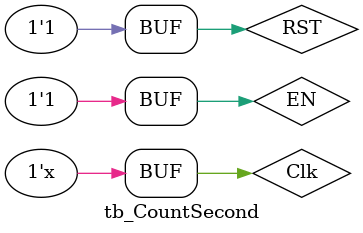
<source format=v>
`timescale 1ns / 1ps

module tb_CountSecond();
reg Clk,EN,RST;
wire [6:0] SEC;
wire pulse;

initial begin
    {Clk,EN,RST}=3'b010;
    #20
    RST=1'b1;
end
always #5 Clk=~Clk;
Count_Second CS(
    .Clk(Clk),
    .EN(EN),
    .RST(RST),
    .Seconds(SEC),
    .pulse(pulse)
);

endmodule

</source>
